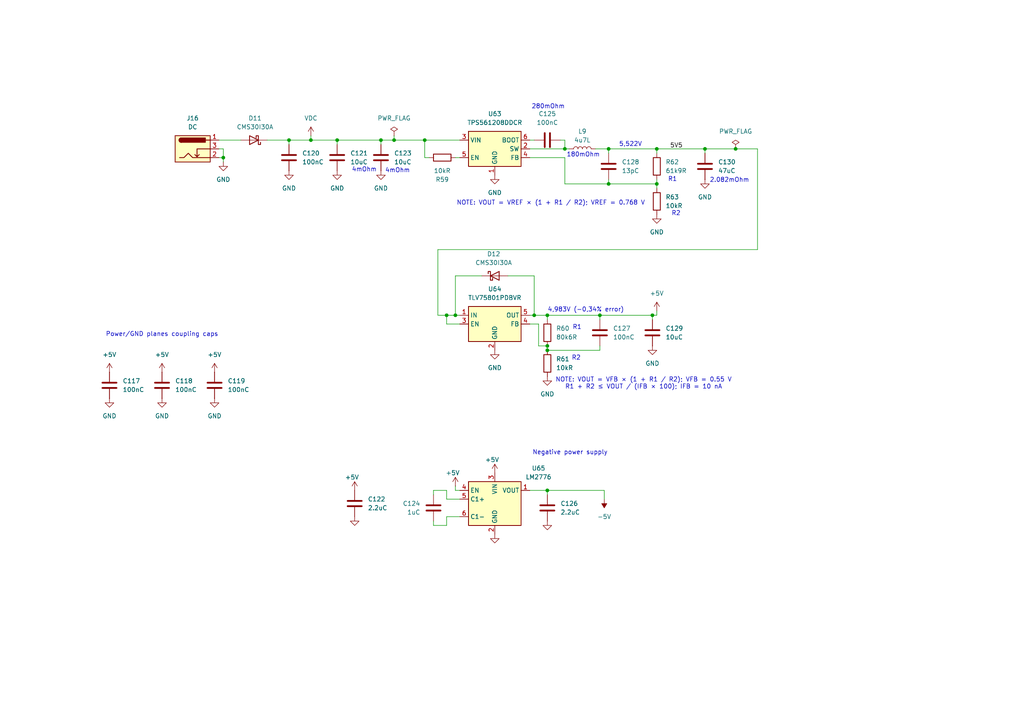
<source format=kicad_sch>
(kicad_sch (version 20250114) (generator "eeschema") (generator_version "9.0")
  (paper "A4")
  (lib_symbols
    (symbol "+5V_1" (power) (pin_numbers (hide yes)) (pin_names (offset 0) (hide yes))
      (property "Value" "+5V" (at 0 3.556 0))
      (symbol "+5V_1_0_1"
        (polyline (pts (xy -0.762 1.27) (xy 0 2.54)))
        (polyline (pts (xy 0 2.54) (xy 0.762 1.27)))
        (polyline (pts (xy 0 0) (xy 0 2.54)))
      )
      (symbol "+5V_1_1_1"
        (pin power_in line (at 0 0 90) (length 0) (name "~") (number "1"))
      )
    )
    (symbol "Connector:Barrel_Jack_Switch" (pin_names (hide yes))
      (property "Reference" "J" (at 0 5.334 0))
      (property "Value" "Barrel_Jack_Switch" (at 0 -5.08 0))
      (symbol "Barrel_Jack_Switch_0_1"
        (rectangle (start -5.08 3.81) (end 5.08 -3.81) (stroke (width 0.254)) (fill (type background)))
        (polyline (pts (xy -3.81 -2.54) (xy -2.54 -2.54) (xy -1.27 -1.27) (xy 0 -2.54) (xy 2.54 -2.54) (xy 5.08 -2.54)) (stroke (width 0.254)))
        (arc (start -3.302 1.905) (mid -3.9343 2.54) (end -3.302 3.175) (stroke (width 0.254)))
        (arc (start -3.302 1.905) (mid -3.9343 2.54) (end -3.302 3.175) (stroke (width 0.254)) (fill (type outline)))
        (polyline (pts (xy 1.27 -2.286) (xy 1.905 -1.651)) (stroke (width 0.254)))
        (rectangle (start 3.683 3.175) (end -3.302 1.905) (stroke (width 0.254)) (fill (type outline)))
        (polyline (pts (xy 5.08 2.54) (xy 3.81 2.54)) (stroke (width 0.254)))
        (polyline (pts (xy 5.08 0) (xy 1.27 0) (xy 1.27 -2.286) (xy 0.635 -1.651)) (stroke (width 0.254)))
      )
      (symbol "Barrel_Jack_Switch_1_1"
        (pin passive line (at 7.62 2.54 180) (length 2.54) (name "~") (number "1"))
        (pin passive line (at 7.62 0 180) (length 2.54) (name "~") (number "3"))
        (pin passive line (at 7.62 -2.54 180) (length 2.54) (name "~") (number "2"))
      )
    )
    (symbol "Device:C" (pin_numbers (hide yes)) (pin_names (offset 0.254))
      (property "Reference" "C" (at 0.635 2.54 0))
      (property "Value" "C" (at 0.635 -2.54 0))
      (symbol "C_0_1"
        (polyline (pts (xy -2.032 0.762) (xy 2.032 0.762)) (stroke (width 0.508)))
        (polyline (pts (xy -2.032 -0.762) (xy 2.032 -0.762)) (stroke (width 0.508)))
      )
      (symbol "C_1_1"
        (pin passive line (at 0 3.81 270) (length 2.794) (name "~") (number "1"))
        (pin passive line (at 0 -3.81 90) (length 2.794) (name "~") (number "2"))
      )
    )
    (symbol "Device:D_Schottky" (pin_numbers (hide yes)) (pin_names (offset 1.016) (hide yes))
      (property "Reference" "D" (at 0 2.54 0))
      (property "Value" "D_Schottky" (at 0 -2.54 0))
      (symbol "D_Schottky_0_1"
        (polyline (pts (xy -1.905 0.635) (xy -1.905 1.27) (xy -1.27 1.27) (xy -1.27 -1.27) (xy -0.635 -1.27) (xy -0.635 -0.635)) (stroke (width 0.254)))
        (polyline (pts (xy 1.27 1.27) (xy 1.27 -1.27) (xy -1.27 0) (xy 1.27 1.27)) (stroke (width 0.254)))
        (polyline (pts (xy 1.27 0) (xy -1.27 0)))
      )
      (symbol "D_Schottky_1_1"
        (pin passive line (at -3.81 0 0) (length 2.54) (name "K") (number "1"))
        (pin passive line (at 3.81 0 180) (length 2.54) (name "A") (number "2"))
      )
    )
    (symbol "Device:L" (pin_numbers (hide yes)) (pin_names (offset 1.016) (hide yes))
      (property "Reference" "L" (at -1.27 0 90))
      (property "Value" "L" (at 1.905 0 90))
      (symbol "L_0_1"
        (arc (start 0 2.54) (mid 0.6323 1.905) (end 0 1.27))
        (arc (start 0 1.27) (mid 0.6323 0.635) (end 0 0))
        (arc (start 0 0) (mid 0.6323 -0.635) (end 0 -1.27))
        (arc (start 0 -1.27) (mid 0.6323 -1.905) (end 0 -2.54))
      )
      (symbol "L_1_1"
        (pin passive line (at 0 3.81 270) (length 1.27) (name "1") (number "1"))
        (pin passive line (at 0 -3.81 90) (length 1.27) (name "2") (number "2"))
      )
    )
    (symbol "Device:R" (pin_numbers (hide yes)) (pin_names (offset 0))
      (property "Reference" "R" (at 2.032 0 90))
      (property "Value" "R" (at 0 0 90))
      (symbol "R_0_1"
        (rectangle (start -1.016 -2.54) (end 1.016 2.54) (stroke (width 0.254)))
      )
      (symbol "R_1_1"
        (pin passive line (at 0 3.81 270) (length 1.27) (name "~") (number "1"))
        (pin passive line (at 0 -3.81 90) (length 1.27) (name "~") (number "2"))
      )
    )
    (symbol "GND_1" (power) (pin_numbers (hide yes)) (pin_names (offset 0) (hide yes))
      (property "Value" "GND" (at 0 -3.81 0))
      (symbol "GND_1_0_1"
        (polyline (pts (xy 0 0) (xy 0 -1.27) (xy 1.27 -1.27) (xy 0 -2.54) (xy -1.27 -1.27) (xy 0 -1.27)))
      )
      (symbol "GND_1_1_1"
        (pin power_in line (at 0 0 270) (length 0) (name "~") (number "1"))
      )
    )
    (symbol "Regulator_Linear:TPS73601DBV"
      (property "Reference" "U" (at -6.35 6.35 0))
      (property "Value" "TPS73601DBV" (at 0 6.35 0))
      (symbol "TPS73601DBV_0_1"
        (rectangle (start -7.62 -5.08) (end 7.62 5.08) (stroke (width 0.254)) (fill (type background)))
      )
      (symbol "TPS73601DBV_1_1"
        (pin power_in line (at -10.16 2.54 0) (length 2.54) (name "IN") (number "1"))
        (pin input line (at -10.16 0 0) (length 2.54) (name "EN") (number "3"))
        (pin power_in line (at 0 -7.62 90) (length 2.54) (name "GND") (number "2"))
        (pin power_out line (at 10.16 2.54 180) (length 2.54) (name "OUT") (number "5"))
        (pin input line (at 10.16 0 180) (length 2.54) (name "FB") (number "4"))
      )
    )
    (symbol "Regulator_SwitchedCapacitor:LM2776"
      (property "Reference" "U" (at -6.35 6.35 0))
      (property "Value" "LM2776" (at 1.27 6.35 0))
      (symbol "LM2776_0_1"
        (rectangle (start -7.62 5.08) (end 7.62 -7.62) (stroke (width 0.254)) (fill (type background)))
      )
      (symbol "LM2776_1_1"
        (pin input line (at -10.16 2.54 0) (length 2.54) (name "EN") (number "4"))
        (pin passive line (at -10.16 0 0) (length 2.54) (name "C1+") (number "5"))
        (pin passive line (at -10.16 -5.08 0) (length 2.54) (name "C1-") (number "6"))
        (pin power_in line (at 0 7.62 270) (length 2.54) (name "VIN") (number "3"))
        (pin power_in line (at 0 -10.16 90) (length 2.54) (name "GND") (number "2"))
        (pin power_out line (at 10.16 2.54 180) (length 2.54) (name "VOUT") (number "1"))
      )
    )
    (symbol "Regulator_Switching:TPS54202DDC"
      (property "Reference" "U" (at -7.62 6.35 0))
      (property "Value" "TPS54202DDC" (at 0 6.35 0))
      (symbol "TPS54202DDC_0_1"
        (rectangle (start -7.62 5.08) (end 7.62 -5.08) (stroke (width 0.254)) (fill (type background)))
      )
      (symbol "TPS54202DDC_1_1"
        (pin power_in line (at -10.16 2.54 0) (length 2.54) (name "VIN") (number "3"))
        (pin input line (at -10.16 -2.54 0) (length 2.54) (name "EN") (number "5"))
        (pin power_in line (at 0 -7.62 90) (length 2.54) (name "GND") (number "1"))
        (pin passive line (at 10.16 2.54 180) (length 2.54) (name "BOOT") (number "6"))
        (pin power_out line (at 10.16 0 180) (length 2.54) (name "SW") (number "2"))
        (pin input line (at 10.16 -2.54 180) (length 2.54) (name "FB") (number "4"))
      )
    )
    (symbol "power:+5V" (power) (pin_numbers (hide yes)) (pin_names (offset 0) (hide yes))
      (property "Value" "+5V" (at 0 3.556 0))
      (symbol "+5V_0_1"
        (polyline (pts (xy -0.762 1.27) (xy 0 2.54)))
        (polyline (pts (xy 0 2.54) (xy 0.762 1.27)))
        (polyline (pts (xy 0 0) (xy 0 2.54)))
      )
      (symbol "+5V_1_1"
        (pin power_in line (at 0 0 90) (length 0) (name "~") (number "1"))
      )
    )
    (symbol "power:-5V" (power) (pin_numbers (hide yes)) (pin_names (offset 0) (hide yes))
      (property "Value" "-5V" (at 0 3.556 0))
      (symbol "-5V_0_0"
        (pin power_in line (at 0 0 90) (length 0) (name "~") (number "1"))
      )
      (symbol "-5V_0_1"
        (polyline (pts (xy 0 0) (xy 0 1.27) (xy 0.762 1.27) (xy 0 2.54) (xy -0.762 1.27) (xy 0 1.27)) (fill (type outline)))
      )
    )
    (symbol "power:GND" (power) (pin_numbers (hide yes)) (pin_names (offset 0) (hide yes))
      (property "Value" "GND" (at 0 -3.81 0))
      (symbol "GND_0_1"
        (polyline (pts (xy 0 0) (xy 0 -1.27) (xy 1.27 -1.27) (xy 0 -2.54) (xy -1.27 -1.27) (xy 0 -1.27)))
      )
      (symbol "GND_1_1"
        (pin power_in line (at 0 0 270) (length 0) (name "~") (number "1"))
      )
    )
    (symbol "power:PWR_FLAG" (power) (pin_numbers (hide yes)) (pin_names (offset 0) (hide yes))
      (property "Value" "PWR_FLAG" (at 0 3.81 0))
      (symbol "PWR_FLAG_0_0"
        (pin power_out line (at 0 0 90) (length 0) (name "~") (number "1"))
      )
      (symbol "PWR_FLAG_0_1"
        (polyline (pts (xy 0 0) (xy 0 1.27) (xy -1.016 1.905) (xy 0 2.54) (xy 1.016 1.905) (xy 0 1.27)))
      )
    )
    (symbol "power:VDC" (power) (pin_numbers (hide yes)) (pin_names (offset 0) (hide yes))
      (property "Value" "VDC" (at 0 3.556 0))
      (symbol "VDC_0_1"
        (polyline (pts (xy -0.762 1.27) (xy 0 2.54)))
        (polyline (pts (xy 0 2.54) (xy 0.762 1.27)))
        (polyline (pts (xy 0 0) (xy 0 2.54)))
      )
      (symbol "VDC_1_1"
        (pin power_in line (at 0 0 90) (length 0) (name "~") (number "1"))
      )
    )
  )
  (text "R2" (at 167.132 103.886 0) (effects (font (size 1.27 1.27))))
  (text "280mOhm" (at 159.004 30.988 0) (effects (font (size 1.27 1.27))))
  (text "R1" (at 167.386 94.996 0) (effects (font (size 1.27 1.27))))
  (text "Power/GND planes coupling caps" (at 46.99 97.028 0) (effects (font (size 1.27 1.27))))
  (text "180mOhm" (at 169.164 44.958 0) (effects (font (size 1.27 1.27))))
  (text "4mOhm" (at 105.664 49.276 0) (effects (font (size 1.27 1.27))))
  (text "Negative power supply" (at 165.354 131.318 0) (effects (font (size 1.27 1.27))))
  (text "4mOhm" (at 115.316 49.53 0) (effects (font (size 1.27 1.27))))
  (text "4,983V (-0,34% error)" (at 169.926 89.916 0) (effects (font (size 1.27 1.27))))
  (text "R2" (at 196.088 61.976 0) (effects (font (size 1.27 1.27))))
  (text "2.082mOhm" (at 211.582 52.324 0) (effects (font (size 1.27 1.27))))
  (text "R1" (at 195.072 52.07 0) (effects (font (size 1.27 1.27))))
  (text "NOTE: VOUT = VREF × (1 + R1 / R2); VREF = 0.768 V" (at 159.766 58.928 0) (effects (font (size 1.27 1.27))))
  (text "NOTE: VOUT = VFB × (1 + R1 / R2); VFB = 0.55 V\nR1 + R2 ≤ VOUT / (IFB × 100); IFB = 10 nA" (at 186.69 111.252 0) (effects (font (size 1.27 1.27))))
  (text "5,522V" (at 182.88 41.91 0) (effects (font (size 1.27 1.27))))
  (junction (at 154.94 91.44))
  (junction (at 176.53 43.18))
  (junction (at 158.75 91.44))
  (junction (at 97.79 40.64))
  (junction (at 190.5 43.18))
  (junction (at 189.23 91.44))
  (junction (at 64.77 45.72))
  (junction (at 132.08 91.44))
  (junction (at 129.54 91.44))
  (junction (at 204.47 43.18))
  (junction (at 158.75 101.6))
  (junction (at 173.99 91.44))
  (junction (at 90.17 40.64))
  (junction (at 110.49 40.64))
  (junction (at 176.53 53.34))
  (junction (at 158.75 142.24))
  (junction (at 213.36 43.18))
  (junction (at 190.5 53.34))
  (junction (at 83.82 40.64))
  (junction (at 114.3 40.64))
  (junction (at 163.83 43.18))
  (junction (at 123.19 40.64))
  (junction (at 158.75 100.33))
  (wire (pts (xy 114.3 40.64) (xy 123.19 40.64)))
  (wire (pts (xy 133.35 93.98) (xy 129.54 93.98)))
  (wire (pts (xy 110.49 40.64) (xy 114.3 40.64)))
  (wire (pts (xy 190.5 54.61) (xy 190.5 53.34)))
  (wire (pts (xy 163.83 45.72) (xy 163.83 53.34)))
  (wire (pts (xy 173.99 91.44) (xy 189.23 91.44)))
  (wire (pts (xy 158.75 101.6) (xy 158.75 100.33)))
  (wire (pts (xy 162.56 40.64) (xy 163.83 40.64)))
  (wire (pts (xy 163.83 40.64) (xy 163.83 43.18)))
  (wire (pts (xy 64.77 43.18) (xy 64.77 45.72)))
  (wire (pts (xy 158.75 142.24) (xy 158.75 143.51)))
  (wire (pts (xy 77.47 40.64) (xy 83.82 40.64)))
  (wire (pts (xy 158.75 91.44) (xy 158.75 92.71)))
  (wire (pts (xy 189.23 92.71) (xy 189.23 91.44)))
  (wire (pts (xy 127 72.39) (xy 219.71 72.39)))
  (wire (pts (xy 176.53 53.34) (xy 190.5 53.34)))
  (wire (pts (xy 125.73 152.4) (xy 129.54 152.4)))
  (wire (pts (xy 123.19 40.64) (xy 133.35 40.64)))
  (wire (pts (xy 176.53 53.34) (xy 176.53 52.07)))
  (wire (pts (xy 156.21 100.33) (xy 158.75 100.33)))
  (wire (pts (xy 132.08 142.24) (xy 133.35 142.24)))
  (wire (pts (xy 190.5 43.18) (xy 204.47 43.18)))
  (wire (pts (xy 133.35 144.78) (xy 129.54 144.78)))
  (wire (pts (xy 125.73 151.13) (xy 125.73 152.4)))
  (wire (pts (xy 63.5 45.72) (xy 64.77 45.72)))
  (wire (pts (xy 63.5 43.18) (xy 64.77 43.18)))
  (wire (pts (xy 139.7 80.01) (xy 132.08 80.01)))
  (wire (pts (xy 175.26 142.24) (xy 175.26 144.78)))
  (wire (pts (xy 219.71 43.18) (xy 213.36 43.18)))
  (wire (pts (xy 176.53 43.18) (xy 190.5 43.18)))
  (wire (pts (xy 129.54 93.98) (xy 129.54 91.44)))
  (wire (pts (xy 129.54 152.4) (xy 129.54 149.86)))
  (wire (pts (xy 127 91.44) (xy 127 72.39)))
  (wire (pts (xy 176.53 43.18) (xy 176.53 44.45)))
  (wire (pts (xy 123.19 45.72) (xy 123.19 40.64)))
  (wire (pts (xy 173.99 100.33) (xy 173.99 101.6)))
  (wire (pts (xy 190.5 43.18) (xy 190.5 44.45)))
  (wire (pts (xy 110.49 41.91) (xy 110.49 40.64)))
  (wire (pts (xy 158.75 142.24) (xy 175.26 142.24)))
  (wire (pts (xy 163.83 43.18) (xy 165.1 43.18)))
  (wire (pts (xy 153.67 43.18) (xy 163.83 43.18)))
  (wire (pts (xy 213.36 43.18) (xy 204.47 43.18)))
  (wire (pts (xy 158.75 91.44) (xy 173.99 91.44)))
  (wire (pts (xy 129.54 144.78) (xy 129.54 142.24)))
  (wire (pts (xy 64.77 45.72) (xy 64.77 46.99)))
  (wire (pts (xy 124.46 45.72) (xy 123.19 45.72)))
  (wire (pts (xy 129.54 91.44) (xy 132.08 91.44)))
  (wire (pts (xy 129.54 142.24) (xy 125.73 142.24)))
  (wire (pts (xy 173.99 91.44) (xy 173.99 92.71)))
  (wire (pts (xy 114.3 39.37) (xy 114.3 40.64)))
  (wire (pts (xy 153.67 142.24) (xy 158.75 142.24)))
  (wire (pts (xy 83.82 41.91) (xy 83.82 40.64)))
  (wire (pts (xy 190.5 91.44) (xy 190.5 90.17)))
  (wire (pts (xy 133.35 45.72) (xy 132.08 45.72)))
  (wire (pts (xy 132.08 80.01) (xy 132.08 91.44)))
  (wire (pts (xy 190.5 91.44) (xy 189.23 91.44)))
  (wire (pts (xy 172.72 43.18) (xy 176.53 43.18)))
  (wire (pts (xy 129.54 149.86) (xy 133.35 149.86)))
  (wire (pts (xy 125.73 142.24) (xy 125.73 143.51)))
  (wire (pts (xy 132.08 91.44) (xy 133.35 91.44)))
  (wire (pts (xy 153.67 45.72) (xy 163.83 45.72)))
  (wire (pts (xy 153.67 40.64) (xy 154.94 40.64)))
  (wire (pts (xy 173.99 101.6) (xy 158.75 101.6)))
  (wire (pts (xy 83.82 40.64) (xy 90.17 40.64)))
  (wire (pts (xy 219.71 72.39) (xy 219.71 43.18)))
  (wire (pts (xy 90.17 40.64) (xy 97.79 40.64)))
  (wire (pts (xy 156.21 93.98) (xy 156.21 100.33)))
  (wire (pts (xy 153.67 93.98) (xy 156.21 93.98)))
  (wire (pts (xy 163.83 53.34) (xy 176.53 53.34)))
  (wire (pts (xy 127 91.44) (xy 129.54 91.44)))
  (wire (pts (xy 154.94 80.01) (xy 154.94 91.44)))
  (wire (pts (xy 97.79 40.64) (xy 97.79 41.91)))
  (wire (pts (xy 154.94 91.44) (xy 158.75 91.44)))
  (wire (pts (xy 90.17 39.37) (xy 90.17 40.64)))
  (wire (pts (xy 153.67 91.44) (xy 154.94 91.44)))
  (wire (pts (xy 147.32 80.01) (xy 154.94 80.01)))
  (wire (pts (xy 63.5 40.64) (xy 69.85 40.64)))
  (wire (pts (xy 97.79 40.64) (xy 110.49 40.64)))
  (wire (pts (xy 190.5 53.34) (xy 190.5 52.07)))
  (wire (pts (xy 204.47 43.18) (xy 204.47 44.45)))
  (wire (pts (xy 132.08 140.97) (xy 132.08 142.24)))
  (label "5V5" (at 194.31 43.18 0))
  (symbol (lib_id "power:GND") (at 102.87 149.86 0) (unit 1)
    (property "Reference" "#PWR0391" (effects (hide yes)))
    (property "Value" "GND" (effects (hide yes)))
    (property "Description" "Power symbol creates a global label with name \"GND\" , ground" (effects (hide yes)))
  )
  (symbol (lib_name "GND_1") (lib_id "power:GND") (at 97.79 49.53 0) (unit 1)
    (property "Reference" "#PWR0389" (effects (hide yes)))
    (property "Value" "GND" (at 97.79 54.61 0))
    (property "Description" "Power symbol creates a global label with name \"GND\" , ground" (effects (hide yes)))
  )
  (symbol (lib_id "Device:C") (at 158.75 40.64 90) (unit 1)
    (property "Reference" "C125" (at 158.75 33.02 90))
    (property "Value" "100nC" (at 158.75 35.56 90))
    (property "Footprint" "Capacitor_SMD:C_0805_2012Metric" (effects (hide yes)))
    (property "Datasheet" "https://www.lcsc.com/datasheet/lcsc_datasheet_2304140030_KEMET-C0805F104K5RACAUTO_C141162.pdf" (effects (hide yes)))
    (property "Description" "Unpolarized capacitor" (effects (hide yes)))
    (property "Status" "OK" (effects (hide yes)))
    (property "MPN" "C0805F104K5RACAUTO" (effects (hide yes)))
  )
  (symbol (lib_id "power:PWR_FLAG") (at 114.3 39.37 0) (unit 1)
    (property "Reference" "#FLG010" (effects (hide yes)))
    (property "Value" "PWR_FLAG" (at 114.3 34.29 0))
    (property "Description" "Special symbol for telling ERC where power comes from" (effects (hide yes)))
  )
  (symbol (lib_id "power:-5V") (at 175.26 144.78 180) (unit 1)
    (property "Reference" "#PWR0400" (effects (hide yes)))
    (property "Value" "-5V" (at 175.26 149.86 0))
    (property "Description" "Power symbol creates a global label with name \"-5V\"" (effects (hide yes)))
  )
  (symbol (lib_id "Device:C") (at 83.82 45.72 180) (unit 1)
    (property "Reference" "C120" (at 87.63 44.4499 0) (effects (justify right)))
    (property "Value" "100nC" (at 87.63 46.9899 0) (effects (justify right)))
    (property "Footprint" "Capacitor_SMD:C_0805_2012Metric" (effects (hide yes)))
    (property "Datasheet" "https://www.lcsc.com/datasheet/lcsc_datasheet_2304140030_KEMET-C0805F104K5RACAUTO_C141162.pdf" (effects (hide yes)))
    (property "Description" "Unpolarized capacitor" (effects (hide yes)))
    (property "Status" "OK" (effects (hide yes)))
    (property "MPN" "C0805F104K5RACAUTO" (effects (hide yes)))
  )
  (symbol (lib_name "GND_1") (lib_id "power:GND") (at 83.82 49.53 0) (unit 1)
    (property "Reference" "#PWR0387" (effects (hide yes)))
    (property "Value" "GND" (at 83.82 54.61 0))
    (property "Description" "Power symbol creates a global label with name \"GND\" , ground" (effects (hide yes)))
  )
  (symbol (lib_name "GND_1") (lib_id "power:GND") (at 190.5 62.23 0) (unit 1)
    (property "Reference" "#PWR0402" (effects (hide yes)))
    (property "Value" "GND" (at 190.5 67.31 0))
    (property "Description" "Power symbol creates a global label with name \"GND\" , ground" (effects (hide yes)))
  )
  (symbol (lib_id "Regulator_Linear:TPS73601DBV") (at 143.51 93.98 0) (unit 1)
    (property "Reference" "U64" (at 143.51 83.82 0))
    (property "Value" "TLV75801PDBVR" (at 143.51 86.36 0))
    (property "Footprint" "Package_TO_SOT_SMD:SOT-23-5" (effects (hide yes)))
    (property "Datasheet" "https://www.ti.com/lit/ds/symlink/tlv758p.pdf" (effects (hide yes)))
    (property "Description" "Cap free NMOS 400mA Low Drop Adjustable Out Regulator, SOT-23-5" (effects (hide yes)))
    (property "MPN" "TLV75801PDBVR" (effects (hide yes)))
    (property "Status" "OK" (effects (hide yes)))
  )
  (symbol (lib_id "Device:R") (at 128.27 45.72 90) (mirror x) (unit 1)
    (property "Reference" "R59" (at 128.27 52.07 90))
    (property "Value" "10kR" (at 128.27 49.53 90))
    (property "Footprint" "Resistor_SMD:R_0805_2012Metric" (effects (hide yes)))
    (property "Datasheet" "https://www.lcsc.com/datasheet/lcsc_datasheet_1810171610_YAGEO-RC0805JR-0710KL_C100047.pdf" (effects (hide yes)))
    (property "Description" "Resistor" (effects (hide yes)))
    (property "Status" "OK" (effects (hide yes)))
    (property "MPN" "RC0805JR-0710KL" (effects (hide yes)))
  )
  (symbol (lib_name "GND_1") (lib_id "power:GND") (at 189.23 100.33 0) (unit 1)
    (property "Reference" "#PWR0401" (effects (hide yes)))
    (property "Value" "GND" (at 189.23 105.41 0))
    (property "Description" "Power symbol creates a global label with name \"GND\" , ground" (effects (hide yes)))
  )
  (symbol (lib_id "power:GND") (at 143.51 154.94 0) (unit 1)
    (property "Reference" "#PWR0397" (effects (hide yes)))
    (property "Value" "GND" (effects (hide yes)))
    (property "Description" "Power symbol creates a global label with name \"GND\" , ground" (effects (hide yes)))
  )
  (symbol (lib_id "Device:C") (at 97.79 45.72 0) (unit 1)
    (property "Reference" "C121" (at 101.6 44.4499 0) (effects (justify left)))
    (property "Value" "10uC" (at 101.6 46.9899 0) (effects (justify left)))
    (property "Footprint" "Capacitor_SMD:C_0805_2012Metric" (effects (hide yes)))
    (property "Datasheet" "https://www.lcsc.com/datasheet/lcsc_datasheet_2304140030_Murata-Electronics-GRM21BR61E106MA73L_C391262.pdf" (effects (hide yes)))
    (property "Description" "Unpolarized capacitor" (effects (hide yes)))
    (property "Status" "OK" (effects (hide yes)))
    (property "MPN" "GRM21BR61E106MA73L" (effects (hide yes)))
  )
  (symbol (lib_name "GND_1") (lib_id "power:GND") (at 143.51 50.8 0) (unit 1)
    (property "Reference" "#PWR0394" (effects (hide yes)))
    (property "Value" "GND" (at 143.51 55.88 0))
    (property "Description" "Power symbol creates a global label with name \"GND\" , ground" (effects (hide yes)))
  )
  (symbol (lib_name "+5V_1") (lib_id "power:+5V") (at 31.75 107.95 0) (unit 1)
    (property "Reference" "#PWR0380" (effects (hide yes)))
    (property "Value" "+5V" (at 31.75 102.87 0))
    (property "Description" "Power symbol creates a global label with name \"+5V\"" (effects (hide yes)))
  )
  (symbol (lib_id "Regulator_SwitchedCapacitor:LM2776") (at 143.51 144.78 0) (unit 1)
    (property "Reference" "U65" (at 156.21 135.8198 0))
    (property "Value" "LM2776" (at 156.21 138.3598 0))
    (property "Footprint" "Package_TO_SOT_SMD:SOT-23-6" (effects (hide yes)))
    (property "Datasheet" "http://www.ti.com/lit/ds/symlink/lm2776.pdf" (effects (hide yes)))
    (property "Description" "Switched capacitor inverter, inverts positive voltage +2.7 to +5.5V to negative, 200mA, SOT-23-6" (effects (hide yes)))
  )
  (symbol (lib_id "power:+5V") (at 132.08 140.97 0) (mirror y) (unit 1)
    (property "Reference" "#PWR0393" (effects (hide yes)))
    (property "Value" "+5V" (at 133.35 137.16 0) (effects (justify left)))
  )
  (symbol (lib_name "GND_1") (lib_id "power:GND") (at 158.75 109.22 0) (unit 1)
    (property "Reference" "#PWR0398" (effects (hide yes)))
    (property "Value" "GND" (at 158.75 114.3 0))
    (property "Description" "Power symbol creates a global label with name \"GND\" , ground" (effects (hide yes)))
  )
  (symbol (lib_name "GND_1") (lib_id "power:GND") (at 143.51 101.6 0) (unit 1)
    (property "Reference" "#PWR0395" (effects (hide yes)))
    (property "Value" "GND" (at 143.51 106.68 0))
    (property "Description" "Power symbol creates a global label with name \"GND\" , ground" (effects (hide yes)))
  )
  (symbol (lib_name "GND_1") (lib_id "power:GND") (at 110.49 49.53 0) (unit 1)
    (property "Reference" "#PWR0392" (effects (hide yes)))
    (property "Value" "GND" (at 110.49 54.61 0))
    (property "Description" "Power symbol creates a global label with name \"GND\" , ground" (effects (hide yes)))
  )
  (symbol (lib_id "Regulator_Switching:TPS54202DDC") (at 143.51 43.18 0) (unit 1)
    (property "Reference" "U63" (at 143.51 33.02 0))
    (property "Value" "TPS561208DDCR" (at 143.51 35.56 0))
    (property "Footprint" "Package_TO_SOT_SMD:SOT-23-6" (effects (hide yes)))
    (property "Datasheet" "https://www.ti.com/lit/ds/symlink/tps561208.pdf" (effects (hide yes)))
    (property "Description" "2A, 4.5 to 28V Input, EMI Friendly integrated switch synchronous step-down regulator, pulse-skipping, SOT-23-6" (effects (hide yes)))
    (property "MPN" "TPS561208DDCR" (effects (hide yes)))
    (property "Status" "OK" (effects (hide yes)))
  )
  (symbol (lib_id "power:VDC") (at 90.17 39.37 0) (unit 1)
    (property "Reference" "#PWR0388" (effects (hide yes)))
    (property "Value" "VDC" (at 90.17 34.29 0))
    (property "Description" "Power symbol creates a global label with name \"VDC\"" (effects (hide yes)))
  )
  (symbol (lib_id "power:PWR_FLAG") (at 213.36 43.18 0) (unit 1)
    (property "Reference" "#FLG011" (effects (hide yes)))
    (property "Value" "PWR_FLAG" (at 213.36 38.1 0))
    (property "Description" "Special symbol for telling ERC where power comes from" (effects (hide yes)))
  )
  (symbol (lib_id "Connector:Barrel_Jack_Switch") (at 55.88 43.18 0) (unit 1)
    (property "Reference" "J16" (at 55.88 34.29 0))
    (property "Value" "DC" (at 55.88 36.83 0))
    (property "Footprint" "Connector_BarrelJack:BarrelJack_Horizontal" (effects (hide yes)))
    (property "Datasheet" "https://datasheet.lcsc.com/lcsc/2108131530_Korean-Hroparts-Elec-DC-005-20A_C130239.pdf" (effects (hide yes)))
    (property "Description" "DC Barrel Jack with an internal switch" (effects (hide yes)))
    (property "MPN" "DC-005-20A" (effects (hide yes)))
    (property "Status" "OK" (effects (hide yes)))
  )
  (symbol (lib_id "Device:C") (at 189.23 96.52 0) (unit 1)
    (property "Reference" "C129" (at 193.04 95.2499 0) (effects (justify left)))
    (property "Value" "10uC" (at 193.04 97.7899 0) (effects (justify left)))
    (property "Footprint" "Capacitor_SMD:C_0805_2012Metric" (effects (hide yes)))
    (property "Datasheet" "https://www.lcsc.com/datasheet/lcsc_datasheet_2304140030_Murata-Electronics-GRM21BR61E106MA73L_C391262.pdf" (effects (hide yes)))
    (property "Description" "Unpolarized capacitor" (effects (hide yes)))
    (property "Status" "OK" (effects (hide yes)))
    (property "MPN" "GRM21BR61E106MA73L" (effects (hide yes)))
  )
  (symbol (lib_id "Device:D_Schottky") (at 143.51 80.01 0) (unit 1)
    (property "Reference" "D12" (at 143.1925 73.66 0))
    (property "Value" "CMS30I30A" (at 143.1925 76.2 0))
    (property "Footprint" "Diode_SMD:D_SOD-128" (effects (hide yes)))
    (property "Datasheet" "https://www.lcsc.com/datasheet/lcsc_datasheet_2310070924_TOSHIBA-CMS30I30A-TE12L-QM_C2762688.pdf" (effects (hide yes)))
    (property "Description" "Schottky diode" (effects (hide yes)))
    (property "MPN" "CMS30I30A(TE12L,QM" (effects (hide yes)))
    (property "Status" "OK" (effects (hide yes)))
  )
  (symbol (lib_id "Device:R") (at 190.5 48.26 0) (unit 1)
    (property "Reference" "R62" (at 193.04 46.9899 0) (effects (justify left)))
    (property "Value" "61k9R" (at 193.04 49.5299 0) (effects (justify left)))
    (property "Footprint" "Resistor_SMD:R_0805_2012Metric" (effects (hide yes)))
    (property "Datasheet" "https://www.lcsc.com/datasheet/lcsc_datasheet_2405061538_RESI-PTFR0805B61K9P9_C2849298.pdf" (effects (hide yes)))
    (property "Description" "Resistor" (effects (hide yes)))
    (property "Status" "OK" (effects (hide yes)))
    (property "MPN" "PTFR0805B61K9P9" (effects (hide yes)))
  )
  (symbol (lib_id "Device:C") (at 62.23 111.76 180) (unit 1)
    (property "Reference" "C119" (at 66.04 110.4899 0) (effects (justify right)))
    (property "Value" "100nC" (at 66.04 113.0299 0) (effects (justify right)))
    (property "Footprint" "Capacitor_SMD:C_0805_2012Metric" (effects (hide yes)))
    (property "Datasheet" "https://www.lcsc.com/datasheet/lcsc_datasheet_2304140030_KEMET-C0805F104K5RACAUTO_C141162.pdf" (effects (hide yes)))
    (property "Description" "Unpolarized capacitor" (effects (hide yes)))
    (property "Status" "OK" (effects (hide yes)))
    (property "MPN" "C0805F104K5RACAUTO" (effects (hide yes)))
  )
  (symbol (lib_id "Device:C") (at 158.75 147.32 0) (unit 1)
    (property "Reference" "C126" (at 162.56 146.0499 0) (effects (justify left)))
    (property "Value" "2.2uC" (at 162.56 148.5899 0) (effects (justify left)))
    (property "Footprint" "Capacitor_SMD:C_0805_2012Metric" (effects (hide yes)))
    (property "Description" "Unpolarized capacitor" (effects (hide yes)))
    (property "Status" "OK" (effects (hide yes)))
  )
  (symbol (lib_name "+5V_1") (lib_id "power:+5V") (at 62.23 107.95 0) (unit 1)
    (property "Reference" "#PWR0384" (effects (hide yes)))
    (property "Value" "+5V" (at 62.23 102.87 0))
    (property "Description" "Power symbol creates a global label with name \"+5V\"" (effects (hide yes)))
  )
  (symbol (lib_id "Device:C") (at 46.99 111.76 180) (unit 1)
    (property "Reference" "C118" (at 50.8 110.4899 0) (effects (justify right)))
    (property "Value" "100nC" (at 50.8 113.0299 0) (effects (justify right)))
    (property "Footprint" "Capacitor_SMD:C_0805_2012Metric" (effects (hide yes)))
    (property "Datasheet" "https://www.lcsc.com/datasheet/lcsc_datasheet_2304140030_KEMET-C0805F104K5RACAUTO_C141162.pdf" (effects (hide yes)))
    (property "Description" "Unpolarized capacitor" (effects (hide yes)))
    (property "Status" "OK" (effects (hide yes)))
    (property "MPN" "C0805F104K5RACAUTO" (effects (hide yes)))
  )
  (symbol (lib_id "Device:C") (at 173.99 96.52 0) (unit 1)
    (property "Reference" "C127" (at 177.8 95.2499 0) (effects (justify left)))
    (property "Value" "100nC" (at 177.8 97.7899 0) (effects (justify left)))
    (property "Footprint" "Capacitor_SMD:C_0805_2012Metric" (effects (hide yes)))
    (property "Datasheet" "https://www.lcsc.com/datasheet/lcsc_datasheet_2304140030_KEMET-C0805F104K5RACAUTO_C141162.pdf" (effects (hide yes)))
    (property "Description" "Unpolarized capacitor" (effects (hide yes)))
    (property "Status" "OK" (effects (hide yes)))
    (property "MPN" "C0805F104K5RACAUTO" (effects (hide yes)))
  )
  (symbol (lib_id "Device:R") (at 158.75 105.41 0) (unit 1)
    (property "Reference" "R61" (at 161.29 104.1399 0) (effects (justify left)))
    (property "Value" "10kR" (at 161.29 106.6799 0) (effects (justify left)))
    (property "Footprint" "Resistor_SMD:R_0805_2012Metric" (effects (hide yes)))
    (property "Datasheet" "https://www.lcsc.com/datasheet/lcsc_datasheet_2304140030_YAGEO-RT0805BRD0710KL_C110775.pdf" (effects (hide yes)))
    (property "Description" "Resistor" (effects (hide yes)))
    (property "Status" "OK" (effects (hide yes)))
    (property "MPN" "RT0805BRD0710KL" (effects (hide yes)))
  )
  (symbol (lib_id "power:GND") (at 158.75 151.13 0) (unit 1)
    (property "Reference" "#PWR0399" (effects (hide yes)))
    (property "Value" "GND" (effects (hide yes)))
    (property "Description" "Power symbol creates a global label with name \"GND\" , ground" (effects (hide yes)))
  )
  (symbol (lib_id "Device:C") (at 102.87 146.05 0) (unit 1)
    (property "Reference" "C122" (at 106.68 144.7799 0) (effects (justify left)))
    (property "Value" "2.2uC" (at 106.68 147.3199 0) (effects (justify left)))
    (property "Footprint" "Capacitor_SMD:C_0805_2012Metric" (effects (hide yes)))
    (property "Description" "Unpolarized capacitor" (effects (hide yes)))
    (property "Status" "OK" (effects (hide yes)))
  )
  (symbol (lib_name "+5V_1") (lib_id "power:+5V") (at 46.99 107.95 0) (unit 1)
    (property "Reference" "#PWR0382" (effects (hide yes)))
    (property "Value" "+5V" (at 46.99 102.87 0))
    (property "Description" "Power symbol creates a global label with name \"+5V\"" (effects (hide yes)))
  )
  (symbol (lib_name "GND_1") (lib_id "power:GND") (at 31.75 115.57 0) (unit 1)
    (property "Reference" "#PWR0381" (effects (hide yes)))
    (property "Value" "GND" (at 31.75 120.65 0))
    (property "Description" "Power symbol creates a global label with name \"GND\" , ground" (effects (hide yes)))
  )
  (symbol (lib_id "Device:C") (at 176.53 48.26 0) (unit 1)
    (property "Reference" "C128" (at 180.34 46.9899 0) (effects (justify left)))
    (property "Value" "13pC" (at 180.34 49.5299 0) (effects (justify left)))
    (property "Footprint" "Capacitor_SMD:C_0805_2012Metric" (effects (hide yes)))
    (property "Datasheet" "https://www.lcsc.com/datasheet/lcsc_datasheet_2304140030_FH--Guangdong-Fenghua-Advanced-Tech-0805CG130J500NT_C501858.pdf" (effects (hide yes)))
    (property "Description" "Unpolarized capacitor" (effects (hide yes)))
    (property "Status" "OK" (effects (hide yes)))
    (property "MPN" "0805CG130J500NT" (effects (hide yes)))
  )
  (symbol (lib_name "GND_1") (lib_id "power:GND") (at 62.23 115.57 0) (unit 1)
    (property "Reference" "#PWR0385" (effects (hide yes)))
    (property "Value" "GND" (at 62.23 120.65 0))
    (property "Description" "Power symbol creates a global label with name \"GND\" , ground" (effects (hide yes)))
  )
  (symbol (lib_id "Device:C") (at 125.73 147.32 0) (mirror y) (unit 1)
    (property "Reference" "C124" (at 121.92 146.0499 0) (effects (justify left)))
    (property "Value" "1uC" (at 121.92 148.5899 0) (effects (justify left)))
    (property "Footprint" "Capacitor_SMD:C_0805_2012Metric" (effects (hide yes)))
    (property "Description" "Unpolarized capacitor" (effects (hide yes)))
    (property "Status" "OK" (effects (hide yes)))
  )
  (symbol (lib_id "Device:C") (at 110.49 45.72 0) (unit 1)
    (property "Reference" "C123" (at 114.3 44.4499 0) (effects (justify left)))
    (property "Value" "10uC" (at 114.3 46.9899 0) (effects (justify left)))
    (property "Footprint" "Capacitor_SMD:C_0805_2012Metric" (effects (hide yes)))
    (property "Datasheet" "https://www.lcsc.com/datasheet/lcsc_datasheet_2304140030_Murata-Electronics-GRM21BR61E106MA73L_C391262.pdf" (effects (hide yes)))
    (property "Description" "Unpolarized capacitor" (effects (hide yes)))
    (property "Status" "OK" (effects (hide yes)))
    (property "MPN" "GRM21BR61E106MA73L" (effects (hide yes)))
  )
  (symbol (lib_id "Device:C") (at 31.75 111.76 180) (unit 1)
    (property "Reference" "C117" (at 35.56 110.4899 0) (effects (justify right)))
    (property "Value" "100nC" (at 35.56 113.0299 0) (effects (justify right)))
    (property "Footprint" "Capacitor_SMD:C_0805_2012Metric" (effects (hide yes)))
    (property "Datasheet" "https://www.lcsc.com/datasheet/lcsc_datasheet_2304140030_KEMET-C0805F104K5RACAUTO_C141162.pdf" (effects (hide yes)))
    (property "Description" "Unpolarized capacitor" (effects (hide yes)))
    (property "Status" "OK" (effects (hide yes)))
    (property "MPN" "C0805F104K5RACAUTO" (effects (hide yes)))
  )
  (symbol (lib_id "Device:L") (at 168.91 43.18 90) (unit 1)
    (property "Reference" "L9" (at 168.91 38.1 90))
    (property "Value" "4u7L" (at 168.91 40.64 90))
    (property "Footprint" "Inductor_SMD:L_1008_2520Metric" (effects (hide yes)))
    (property "Datasheet" "https://www.lcsc.com/datasheet/lcsc_datasheet_1810241533_Murata-Electronics-LQM2HPN4R7MG0L_C82314.pdf" (effects (hide yes)))
    (property "Description" "Inductor" (effects (hide yes)))
    (property "Status" "OK" (effects (hide yes)))
    (property "MPN" "LQM2HPN4R7MG0L" (effects (hide yes)))
  )
  (symbol (lib_id "Device:D_Schottky") (at 73.66 40.64 180) (unit 1)
    (property "Reference" "D11" (at 73.9775 34.29 0))
    (property "Value" "CMS30I30A" (at 73.9775 36.83 0))
    (property "Footprint" "Diode_SMD:D_SOD-128" (effects (hide yes)))
    (property "Datasheet" "https://www.lcsc.com/datasheet/lcsc_datasheet_2310070924_TOSHIBA-CMS30I30A-TE12L-QM_C2762688.pdf" (effects (hide yes)))
    (property "Description" "Schottky diode" (effects (hide yes)))
    (property "MPN" "CMS30I30A(TE12L,QM" (effects (hide yes)))
    (property "Status" "OK" (effects (hide yes)))
  )
  (symbol (lib_name "GND_1") (lib_id "power:GND") (at 204.47 52.07 0) (unit 1)
    (property "Reference" "#PWR0404" (effects (hide yes)))
    (property "Value" "GND" (at 204.47 57.15 0))
    (property "Description" "Power symbol creates a global label with name \"GND\" , ground" (effects (hide yes)))
  )
  (symbol (lib_id "Device:C") (at 204.47 48.26 0) (unit 1)
    (property "Reference" "C130" (at 208.28 46.9899 0) (effects (justify left)))
    (property "Value" "47uC" (at 208.28 49.5299 0) (effects (justify left)))
    (property "Footprint" "Capacitor_SMD:C_1210_3225Metric" (effects (hide yes)))
    (property "Datasheet" "https://www.lcsc.com/datasheet/lcsc_datasheet_2212021100_Murata-Electronics-GRM32ER61C476KE15L_C77101.pdf" (effects (hide yes)))
    (property "Description" "Unpolarized capacitor" (effects (hide yes)))
    (property "Status" "OK" (effects (hide yes)))
    (property "MPN" "GRM32ER61C476KE15L" (effects (hide yes)))
  )
  (symbol (lib_id "Device:R") (at 190.5 58.42 0) (unit 1)
    (property "Reference" "R63" (at 193.04 57.1499 0) (effects (justify left)))
    (property "Value" "10kR" (at 193.04 59.6899 0) (effects (justify left)))
    (property "Footprint" "Resistor_SMD:R_0805_2012Metric" (effects (hide yes)))
    (property "Datasheet" "https://www.lcsc.com/datasheet/lcsc_datasheet_2304140030_YAGEO-RT0805BRD0710KL_C110775.pdf" (effects (hide yes)))
    (property "Description" "Resistor" (effects (hide yes)))
    (property "Status" "OK" (effects (hide yes)))
    (property "MPN" "RT0805BRD0710KL" (effects (hide yes)))
  )
  (symbol (lib_name "+5V_1") (lib_id "power:+5V") (at 190.5 90.17 0) (unit 1)
    (property "Reference" "#PWR0403" (effects (hide yes)))
    (property "Value" "+5V" (at 190.5 85.09 0))
    (property "Description" "Power symbol creates a global label with name \"+5V\"" (effects (hide yes)))
  )
  (symbol (lib_id "Device:R") (at 158.75 96.52 0) (unit 1)
    (property "Reference" "R60" (at 161.29 95.2499 0) (effects (justify left)))
    (property "Value" "80k6R" (at 161.29 97.7899 0) (effects (justify left)))
    (property "Footprint" "Resistor_SMD:R_0805_2012Metric" (effects (hide yes)))
    (property "Datasheet" "https://www.lcsc.com/datasheet/lcsc_datasheet_2304140030_YAGEO-RT0805BRD0780K6L_C728657.pdf" (effects (hide yes)))
    (property "Description" "Resistor" (effects (hide yes)))
    (property "Status" "OK" (effects (hide yes)))
    (property "MPN" "RT0805BRD0780K6L" (effects (hide yes)))
  )
  (symbol (lib_name "GND_1") (lib_id "power:GND") (at 64.77 46.99 0) (unit 1)
    (property "Reference" "#PWR0386" (effects (hide yes)))
    (property "Value" "GND" (at 64.77 52.07 0))
    (property "Description" "Power symbol creates a global label with name \"GND\" , ground" (effects (hide yes)))
  )
  (symbol (lib_id "power:+5V") (at 143.51 137.16 0) (mirror y) (unit 1)
    (property "Reference" "#PWR0396" (effects (hide yes)))
    (property "Value" "+5V" (at 144.78 133.35 0) (effects (justify left)))
  )
  (symbol (lib_name "GND_1") (lib_id "power:GND") (at 46.99 115.57 0) (unit 1)
    (property "Reference" "#PWR0383" (effects (hide yes)))
    (property "Value" "GND" (at 46.99 120.65 0))
    (property "Description" "Power symbol creates a global label with name \"GND\" , ground" (effects (hide yes)))
  )
  (symbol (lib_id "power:+5V") (at 102.87 142.24 0) (mirror y) (unit 1)
    (property "Reference" "#PWR0390" (effects (hide yes)))
    (property "Value" "+5V" (at 104.14 138.43 0) (effects (justify left)))
  )
)
</source>
